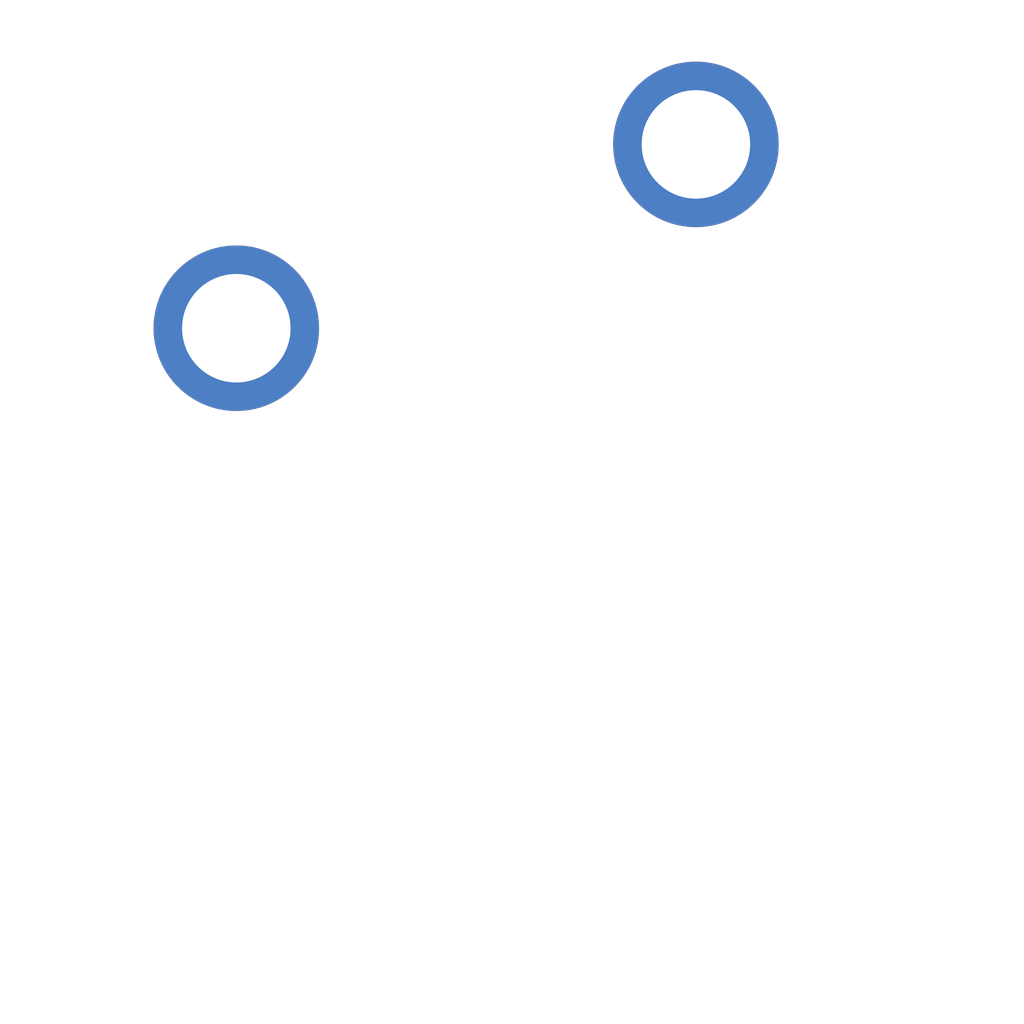
<source format=kicad_pcb>


(kicad_pcb (version 20171130) (host pcbnew 5.1.6)

  (page A3)
  (title_block
    (title "pcb")
    (rev "v9.9")
    (company "Ergogen Tests")
  )

  (general
    (thickness 1.6)
  )

  (layers
    (0 F.Cu signal)
    (31 B.Cu signal)
    (32 B.Adhes user)
    (33 F.Adhes user)
    (34 B.Paste user)
    (35 F.Paste user)
    (36 B.SilkS user)
    (37 F.SilkS user)
    (38 B.Mask user)
    (39 F.Mask user)
    (40 Dwgs.User user)
    (41 Cmts.User user)
    (42 Eco1.User user)
    (43 Eco2.User user)
    (44 Edge.Cuts user)
    (45 Margin user)
    (46 B.CrtYd user)
    (47 F.CrtYd user)
    (48 B.Fab user)
    (49 F.Fab user)
  )

  (setup
    (last_trace_width 0.25)
    (trace_clearance 0.2)
    (zone_clearance 0.508)
    (zone_45_only no)
    (trace_min 0.2)
    (via_size 0.8)
    (via_drill 0.4)
    (via_min_size 0.4)
    (via_min_drill 0.3)
    (uvia_size 0.3)
    (uvia_drill 0.1)
    (uvias_allowed no)
    (uvia_min_size 0.2)
    (uvia_min_drill 0.1)
    (edge_width 0.05)
    (segment_width 0.2)
    (pcb_text_width 0.3)
    (pcb_text_size 1.5 1.5)
    (mod_edge_width 0.12)
    (mod_text_size 1 1)
    (mod_text_width 0.15)
    (pad_size 1.524 1.524)
    (pad_drill 0.762)
    (pad_to_mask_clearance 0.05)
    (aux_axis_origin 0 0)
    (visible_elements FFFFFF7F)
    (pcbplotparams
      (layerselection 0x010fc_ffffffff)
      (usegerberextensions false)
      (usegerberattributes true)
      (usegerberadvancedattributes true)
      (creategerberjobfile true)
      (excludeedgelayer true)
      (linewidth 0.100000)
      (plotframeref false)
      (viasonmask false)
      (mode 1)
      (useauxorigin false)
      (hpglpennumber 1)
      (hpglpenspeed 20)
      (hpglpendiameter 15.000000)
      (psnegative false)
      (psa4output false)
      (plotreference true)
      (plotvalue true)
      (plotinvisibletext false)
      (padsonsilk false)
      (subtractmaskfromsilk false)
      (outputformat 1)
      (mirror false)
      (drillshape 1)
      (scaleselection 1)
      (outputdirectory ""))
  )

  (net 0 "")
(net 1 "MX_FROM")
(net 2 "MX_TO")

  (net_class Default "This is the default net class."
    (clearance 0.2)
    (trace_width 0.25)
    (via_dia 0.8)
    (via_drill 0.4)
    (uvia_dia 0.3)
    (uvia_drill 0.1)
    (add_net "")
(add_net "MX_FROM")
(add_net "MX_TO")
  )

  
  
        (module MX (layer F.Cu) (tedit 5DD4F656)

            (at 0 0 0)

            (fp_text reference "S1" (at 0 0) (layer F.SilkS) hide (effects (font (size 1.27 1.27) (thickness 0.15))))
            (fp_text value "" (at 0 0) (layer F.SilkS) hide (effects (font (size 1.27 1.27) (thickness 0.15))))

            (fp_line (start -7 -6) (end -7 -7) (layer Dwgs.User) (width 0.15))
            (fp_line (start -7 7) (end -6 7) (layer Dwgs.User) (width 0.15))
            (fp_line (start -6 -7) (end -7 -7) (layer Dwgs.User) (width 0.15))
            (fp_line (start -7 7) (end -7 6) (layer Dwgs.User) (width 0.15))
            (fp_line (start 7 6) (end 7 7) (layer Dwgs.User) (width 0.15))
            (fp_line (start 7 -7) (end 6 -7) (layer Dwgs.User) (width 0.15))
            (fp_line (start 6 7) (end 7 7) (layer Dwgs.User) (width 0.15))
            (fp_line (start 7 -7) (end 7 -6) (layer Dwgs.User) (width 0.15))
            (pad "" np_thru_hole circle (at 0 0) (size 3.9878 3.9878) (drill 3.9878) (layers *.Cu *.Mask))
            (pad "" np_thru_hole circle (at 5.08 0) (size 1.7018 1.7018) (drill 1.7018) (layers *.Cu *.Mask))
            (pad "" np_thru_hole circle (at -5.08 0) (size 1.7018 1.7018) (drill 1.7018) (layers *.Cu *.Mask))
            (pad 1 thru_hole circle (at 2.54 -5.08) (size 2.286 2.286) (drill 1.4986) (layers *.Cu *.Mask) (net 1 "MX_FROM"))
            (pad 2 thru_hole circle (at -3.81 -2.54) (size 2.286 2.286) (drill 1.4986) (layers *.Cu *.Mask) (net 2 "MX_TO"))

        )
  
    
  

)
</source>
